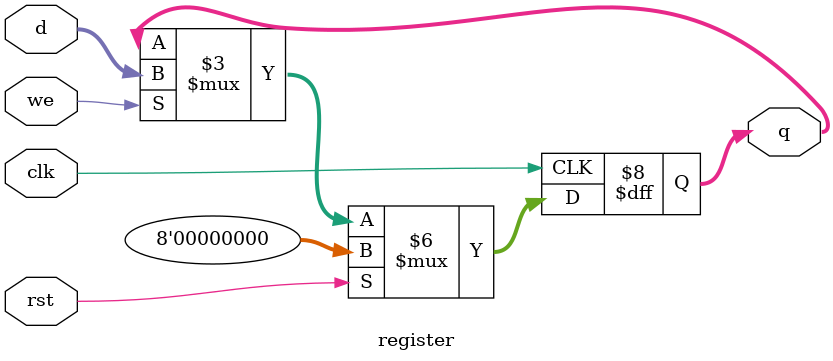
<source format=v>
module register #(
	parameter WIDTH = 8
)(
	input clk,
	input rst,

	input we,
	input [WIDTH-1:0] d,
	output reg [WIDTH-1:0] q
);

always @(posedge clk) begin
	if (rst) begin
		q <= 0;
	end else if (we) begin
		q <= d;
	end else begin
		q <= q;
	end
end

endmodule

</source>
